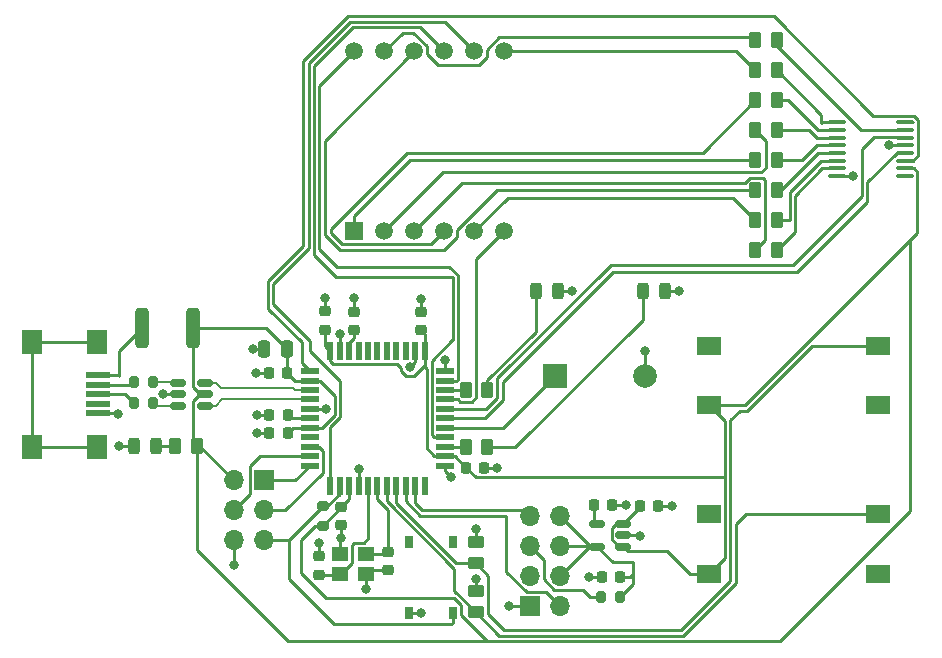
<source format=gbr>
%TF.GenerationSoftware,KiCad,Pcbnew,(7.0.0)*%
%TF.CreationDate,2023-05-03T17:51:17-06:00*%
%TF.ProjectId,Phase_B_Proto,50686173-655f-4425-9f50-726f746f2e6b,rev?*%
%TF.SameCoordinates,Original*%
%TF.FileFunction,Copper,L1,Top*%
%TF.FilePolarity,Positive*%
%FSLAX46Y46*%
G04 Gerber Fmt 4.6, Leading zero omitted, Abs format (unit mm)*
G04 Created by KiCad (PCBNEW (7.0.0)) date 2023-05-03 17:51:17*
%MOMM*%
%LPD*%
G01*
G04 APERTURE LIST*
G04 Aperture macros list*
%AMRoundRect*
0 Rectangle with rounded corners*
0 $1 Rounding radius*
0 $2 $3 $4 $5 $6 $7 $8 $9 X,Y pos of 4 corners*
0 Add a 4 corners polygon primitive as box body*
4,1,4,$2,$3,$4,$5,$6,$7,$8,$9,$2,$3,0*
0 Add four circle primitives for the rounded corners*
1,1,$1+$1,$2,$3*
1,1,$1+$1,$4,$5*
1,1,$1+$1,$6,$7*
1,1,$1+$1,$8,$9*
0 Add four rect primitives between the rounded corners*
20,1,$1+$1,$2,$3,$4,$5,0*
20,1,$1+$1,$4,$5,$6,$7,0*
20,1,$1+$1,$6,$7,$8,$9,0*
20,1,$1+$1,$8,$9,$2,$3,0*%
G04 Aperture macros list end*
%TA.AperFunction,SMDPad,CuDef*%
%ADD10RoundRect,0.225000X0.225000X0.250000X-0.225000X0.250000X-0.225000X-0.250000X0.225000X-0.250000X0*%
%TD*%
%TA.AperFunction,SMDPad,CuDef*%
%ADD11RoundRect,0.250000X-0.262500X-0.450000X0.262500X-0.450000X0.262500X0.450000X-0.262500X0.450000X0*%
%TD*%
%TA.AperFunction,SMDPad,CuDef*%
%ADD12RoundRect,0.250000X0.262500X0.450000X-0.262500X0.450000X-0.262500X-0.450000X0.262500X-0.450000X0*%
%TD*%
%TA.AperFunction,SMDPad,CuDef*%
%ADD13RoundRect,0.243750X-0.243750X-0.456250X0.243750X-0.456250X0.243750X0.456250X-0.243750X0.456250X0*%
%TD*%
%TA.AperFunction,SMDPad,CuDef*%
%ADD14RoundRect,0.250000X0.450000X-0.262500X0.450000X0.262500X-0.450000X0.262500X-0.450000X-0.262500X0*%
%TD*%
%TA.AperFunction,SMDPad,CuDef*%
%ADD15RoundRect,0.225000X-0.225000X-0.250000X0.225000X-0.250000X0.225000X0.250000X-0.225000X0.250000X0*%
%TD*%
%TA.AperFunction,SMDPad,CuDef*%
%ADD16R,2.000000X0.500000*%
%TD*%
%TA.AperFunction,SMDPad,CuDef*%
%ADD17R,1.700000X2.000000*%
%TD*%
%TA.AperFunction,SMDPad,CuDef*%
%ADD18RoundRect,0.225000X0.250000X-0.225000X0.250000X0.225000X-0.250000X0.225000X-0.250000X-0.225000X0*%
%TD*%
%TA.AperFunction,SMDPad,CuDef*%
%ADD19RoundRect,0.200000X-0.200000X-0.275000X0.200000X-0.275000X0.200000X0.275000X-0.200000X0.275000X0*%
%TD*%
%TA.AperFunction,SMDPad,CuDef*%
%ADD20R,2.000000X1.500000*%
%TD*%
%TA.AperFunction,SMDPad,CuDef*%
%ADD21R,1.500000X0.550000*%
%TD*%
%TA.AperFunction,SMDPad,CuDef*%
%ADD22R,0.550000X1.500000*%
%TD*%
%TA.AperFunction,ComponentPad*%
%ADD23R,1.700000X1.700000*%
%TD*%
%TA.AperFunction,ComponentPad*%
%ADD24O,1.700000X1.700000*%
%TD*%
%TA.AperFunction,SMDPad,CuDef*%
%ADD25R,0.700000X1.000000*%
%TD*%
%TA.AperFunction,SMDPad,CuDef*%
%ADD26RoundRect,0.243750X0.243750X0.456250X-0.243750X0.456250X-0.243750X-0.456250X0.243750X-0.456250X0*%
%TD*%
%TA.AperFunction,SMDPad,CuDef*%
%ADD27RoundRect,0.150000X-0.512500X-0.150000X0.512500X-0.150000X0.512500X0.150000X-0.512500X0.150000X0*%
%TD*%
%TA.AperFunction,SMDPad,CuDef*%
%ADD28RoundRect,0.100000X-0.637500X-0.100000X0.637500X-0.100000X0.637500X0.100000X-0.637500X0.100000X0*%
%TD*%
%TA.AperFunction,ComponentPad*%
%ADD29R,1.500000X1.500000*%
%TD*%
%TA.AperFunction,ComponentPad*%
%ADD30C,1.500000*%
%TD*%
%TA.AperFunction,SMDPad,CuDef*%
%ADD31RoundRect,0.200000X0.200000X0.275000X-0.200000X0.275000X-0.200000X-0.275000X0.200000X-0.275000X0*%
%TD*%
%TA.AperFunction,SMDPad,CuDef*%
%ADD32RoundRect,0.250000X-0.312500X-1.450000X0.312500X-1.450000X0.312500X1.450000X-0.312500X1.450000X0*%
%TD*%
%TA.AperFunction,SMDPad,CuDef*%
%ADD33RoundRect,0.150000X0.512500X0.150000X-0.512500X0.150000X-0.512500X-0.150000X0.512500X-0.150000X0*%
%TD*%
%TA.AperFunction,SMDPad,CuDef*%
%ADD34RoundRect,0.200000X0.275000X-0.200000X0.275000X0.200000X-0.275000X0.200000X-0.275000X-0.200000X0*%
%TD*%
%TA.AperFunction,SMDPad,CuDef*%
%ADD35RoundRect,0.225000X-0.250000X0.225000X-0.250000X-0.225000X0.250000X-0.225000X0.250000X0.225000X0*%
%TD*%
%TA.AperFunction,ComponentPad*%
%ADD36C,2.000000*%
%TD*%
%TA.AperFunction,ComponentPad*%
%ADD37R,2.000000X2.000000*%
%TD*%
%TA.AperFunction,SMDPad,CuDef*%
%ADD38R,1.400000X1.200000*%
%TD*%
%TA.AperFunction,SMDPad,CuDef*%
%ADD39RoundRect,0.250000X0.250000X0.475000X-0.250000X0.475000X-0.250000X-0.475000X0.250000X-0.475000X0*%
%TD*%
%TA.AperFunction,ViaPad*%
%ADD40C,0.800000*%
%TD*%
%TA.AperFunction,Conductor*%
%ADD41C,0.250000*%
%TD*%
%TA.AperFunction,Conductor*%
%ADD42C,0.200000*%
%TD*%
G04 APERTURE END LIST*
D10*
%TO.P,C9,1*%
%TO.N,UCAP*%
X166129000Y-85090000D03*
%TO.P,C9,2*%
%TO.N,GND*%
X164579000Y-85090000D03*
%TD*%
D11*
%TO.P,R4,1*%
%TO.N,GREEN_LED*%
X181205500Y-87757000D03*
%TO.P,R4,2*%
%TO.N,Net-(D2-A)*%
X183030500Y-87757000D03*
%TD*%
D12*
%TO.P,R12,1*%
%TO.N,/dp*%
X207565000Y-71120000D03*
%TO.P,R12,2*%
%TO.N,Net-(U1-DPX)*%
X205740000Y-71120000D03*
%TD*%
D13*
%TO.P,D3,2,A*%
%TO.N,Net-(D3-A)*%
X154963100Y-87680800D03*
%TO.P,D3,1,K*%
%TO.N,GND*%
X153088100Y-87680800D03*
%TD*%
D10*
%TO.P,C11,1*%
%TO.N,+5V*%
X166116000Y-81534000D03*
%TO.P,C11,2*%
%TO.N,GND*%
X164566000Y-81534000D03*
%TD*%
D14*
%TO.P,R2,1*%
%TO.N,Button_2*%
X182067200Y-101750500D03*
%TO.P,R2,2*%
%TO.N,GND*%
X182067200Y-99925500D03*
%TD*%
D15*
%TO.P,C13,1*%
%TO.N,+5V*%
X195973400Y-92760800D03*
%TO.P,C13,2*%
%TO.N,GND*%
X197523400Y-92760800D03*
%TD*%
D12*
%TO.P,R11,1*%
%TO.N,/g*%
X207565000Y-68580000D03*
%TO.P,R11,2*%
%TO.N,Net-(U1-g)*%
X205740000Y-68580000D03*
%TD*%
D16*
%TO.P,J2,1,VBUS*%
%TO.N,Net-(J2-VBUS)*%
X150078999Y-81711999D03*
%TO.P,J2,2,D-*%
%TO.N,Net-(J2-D-)*%
X150078999Y-82511999D03*
%TO.P,J2,3,D+*%
%TO.N,Net-(J2-D+)*%
X150078999Y-83311999D03*
%TO.P,J2,4,ID*%
%TO.N,unconnected-(J2-ID-Pad4)*%
X150078999Y-84111999D03*
%TO.P,J2,5,GND*%
%TO.N,GND*%
X150078999Y-84911999D03*
D17*
%TO.P,J2,6,Shield*%
%TO.N,unconnected-(J2-Shield-Pad6)*%
X149978999Y-78861999D03*
X144528999Y-78861999D03*
X149978999Y-87761999D03*
X144528999Y-87761999D03*
%TD*%
D14*
%TO.P,R1,1*%
%TO.N,Button_1*%
X182067200Y-97633800D03*
%TO.P,R1,2*%
%TO.N,GND*%
X182067200Y-95808800D03*
%TD*%
D18*
%TO.P,C5,1*%
%TO.N,+5V*%
X177444400Y-77889400D03*
%TO.P,C5,2*%
%TO.N,GND*%
X177444400Y-76339400D03*
%TD*%
D19*
%TO.P,R14,1*%
%TO.N,Net-(J2-D+)*%
X153099000Y-84074000D03*
%TO.P,R14,2*%
%TO.N,USB_CONN_D+*%
X154749000Y-84074000D03*
%TD*%
D20*
%TO.P,S2,D1,COM_2*%
%TO.N,unconnected-(S2-COM_2-PadD1)*%
X216141199Y-98483999D03*
%TO.P,S2,C1,COM_1*%
%TO.N,+5V*%
X201841199Y-98483999D03*
%TO.P,S2,B1,NO_2*%
%TO.N,Button_2*%
X216141199Y-93483999D03*
%TO.P,S2,A1,NO_1*%
%TO.N,unconnected-(S2-NO_1-PadA1)*%
X201841199Y-93483999D03*
%TD*%
D21*
%TO.P,U3,1,PE6*%
%TO.N,SH_CP*%
X168035999Y-81343999D03*
%TO.P,U3,2,UVCC*%
%TO.N,+5V*%
X168035999Y-82143999D03*
%TO.P,U3,3,D-*%
%TO.N,USB_D-*%
X168035999Y-82943999D03*
%TO.P,U3,4,D+*%
%TO.N,USB_D+*%
X168035999Y-83743999D03*
%TO.P,U3,5,UGND*%
%TO.N,GND*%
X168035999Y-84543999D03*
%TO.P,U3,6,UCAP*%
%TO.N,UCAP*%
X168035999Y-85343999D03*
%TO.P,U3,7,VBUS*%
%TO.N,+5V*%
X168035999Y-86143999D03*
%TO.P,U3,8,PB0*%
%TO.N,unconnected-(U3-PB0-Pad8)*%
X168035999Y-86943999D03*
%TO.P,U3,9,PB1*%
%TO.N,SCK*%
X168035999Y-87743999D03*
%TO.P,U3,10,PB2*%
%TO.N,MOSI*%
X168035999Y-88543999D03*
%TO.P,U3,11,PB3*%
%TO.N,MISO*%
X168035999Y-89343999D03*
D22*
%TO.P,U3,12,PB7*%
%TO.N,Dig3*%
X169735999Y-91043999D03*
%TO.P,U3,13,~{RESET}*%
%TO.N,RESET*%
X170535999Y-91043999D03*
%TO.P,U3,14,VCC*%
%TO.N,+5V*%
X171335999Y-91043999D03*
%TO.P,U3,15,GND*%
%TO.N,GND*%
X172135999Y-91043999D03*
%TO.P,U3,16,XTAL2*%
%TO.N,XTAL2*%
X172935999Y-91043999D03*
%TO.P,U3,17,XTAL1*%
%TO.N,XTAL1*%
X173735999Y-91043999D03*
%TO.P,U3,18,PD0*%
%TO.N,Button_2*%
X174535999Y-91043999D03*
%TO.P,U3,19,PD1*%
%TO.N,Button_1*%
X175335999Y-91043999D03*
%TO.P,U3,20,PD2*%
%TO.N,TX*%
X176135999Y-91043999D03*
%TO.P,U3,21,PD3*%
%TO.N,RX*%
X176935999Y-91043999D03*
%TO.P,U3,22,PD5*%
%TO.N,unconnected-(U3-PD5-Pad22)*%
X177735999Y-91043999D03*
D21*
%TO.P,U3,23,GND*%
%TO.N,GND*%
X179435999Y-89343999D03*
%TO.P,U3,24,AVCC*%
%TO.N,+5V*%
X179435999Y-88543999D03*
%TO.P,U3,25,PD4*%
%TO.N,GREEN_LED*%
X179435999Y-87743999D03*
%TO.P,U3,26,PD6*%
%TO.N,Dig2*%
X179435999Y-86943999D03*
%TO.P,U3,27,PD7*%
%TO.N,Buzzer*%
X179435999Y-86143999D03*
%TO.P,U3,28,PB4*%
%TO.N,ST_CP*%
X179435999Y-85343999D03*
%TO.P,U3,29,PB5*%
%TO.N,DS*%
X179435999Y-84543999D03*
%TO.P,U3,30,PB6*%
%TO.N,Dig4*%
X179435999Y-83743999D03*
%TO.P,U3,31,PC6*%
%TO.N,RED_LED*%
X179435999Y-82943999D03*
%TO.P,U3,32,PC7*%
%TO.N,Dig1*%
X179435999Y-82143999D03*
%TO.P,U3,33,~{HWB}/PE2*%
%TO.N,GND*%
X179435999Y-81343999D03*
D22*
%TO.P,U3,34,VCC*%
%TO.N,+5V*%
X177735999Y-79643999D03*
%TO.P,U3,35,GND*%
%TO.N,GND*%
X176935999Y-79643999D03*
%TO.P,U3,36,PF7*%
%TO.N,unconnected-(U3-PF7-Pad36)*%
X176135999Y-79643999D03*
%TO.P,U3,37,PF6*%
%TO.N,unconnected-(U3-PF6-Pad37)*%
X175335999Y-79643999D03*
%TO.P,U3,38,PF5*%
%TO.N,unconnected-(U3-PF5-Pad38)*%
X174535999Y-79643999D03*
%TO.P,U3,39,PF4*%
%TO.N,unconnected-(U3-PF4-Pad39)*%
X173735999Y-79643999D03*
%TO.P,U3,40,PF1*%
%TO.N,unconnected-(U3-PF1-Pad40)*%
X172935999Y-79643999D03*
%TO.P,U3,41,PF0*%
%TO.N,unconnected-(U3-PF0-Pad41)*%
X172135999Y-79643999D03*
%TO.P,U3,42,AREF*%
%TO.N,AREF*%
X171335999Y-79643999D03*
%TO.P,U3,43,GND*%
%TO.N,GND*%
X170535999Y-79643999D03*
%TO.P,U3,44,AVCC*%
%TO.N,+5V*%
X169735999Y-79643999D03*
%TD*%
D23*
%TO.P,J1,1,MISO*%
%TO.N,MISO*%
X164103999Y-90591399D03*
D24*
%TO.P,J1,2,VCC*%
%TO.N,+5V*%
X161563999Y-90591399D03*
%TO.P,J1,3,SCK*%
%TO.N,SCK*%
X164103999Y-93131399D03*
%TO.P,J1,4,MOSI*%
%TO.N,MOSI*%
X161563999Y-93131399D03*
%TO.P,J1,5,~{RST}*%
%TO.N,RESET*%
X164103999Y-95671399D03*
%TO.P,J1,6,GND*%
%TO.N,GND*%
X161563999Y-95671399D03*
%TD*%
D12*
%TO.P,R16,1*%
%TO.N,+5V*%
X158441400Y-87680800D03*
%TO.P,R16,2*%
%TO.N,Net-(D3-A)*%
X156616400Y-87680800D03*
%TD*%
D25*
%TO.P,S3,4*%
%TO.N,N/C*%
X180107199Y-95812099D03*
%TO.P,S3,3*%
%TO.N,RESET*%
X180107199Y-101812099D03*
%TO.P,S3,2*%
%TO.N,N/C*%
X176407199Y-95812099D03*
%TO.P,S3,1*%
%TO.N,GND*%
X176407199Y-101812099D03*
%TD*%
D23*
%TO.P,J3,1,Pin_1*%
%TO.N,GND*%
X186669999Y-101208999D03*
D24*
%TO.P,J3,2,Pin_2*%
%TO.N,TX*%
X189209999Y-101208999D03*
%TO.P,J3,3,Pin_3*%
%TO.N,unconnected-(J3-Pin_3-Pad3)*%
X186669999Y-98668999D03*
%TO.P,J3,4,Pin_4*%
%TO.N,+3.3V*%
X189209999Y-98668999D03*
%TO.P,J3,5,Pin_5*%
%TO.N,Net-(J3-Pin_5)*%
X186669999Y-96128999D03*
%TO.P,J3,6,Pin_6*%
%TO.N,+3.3V*%
X189209999Y-96128999D03*
%TO.P,J3,7,Pin_7*%
%TO.N,RX*%
X186669999Y-93588999D03*
%TO.P,J3,8,Pin_8*%
%TO.N,+3.3V*%
X189209999Y-93588999D03*
%TD*%
D15*
%TO.P,C6,1*%
%TO.N,+5V*%
X181241400Y-89509600D03*
%TO.P,C6,2*%
%TO.N,GND*%
X182791400Y-89509600D03*
%TD*%
D26*
%TO.P,D2,2,A*%
%TO.N,Net-(D2-A)*%
X196194200Y-74574400D03*
%TO.P,D2,1,K*%
%TO.N,GND*%
X198069200Y-74574400D03*
%TD*%
D12*
%TO.P,R7,1*%
%TO.N,/c*%
X207565000Y-58420000D03*
%TO.P,R7,2*%
%TO.N,Net-(U1-c)*%
X205740000Y-58420000D03*
%TD*%
D27*
%TO.P,U4,1,I/O1*%
%TO.N,USB_CONN_D-*%
X156850500Y-82362000D03*
%TO.P,U4,2,GND*%
%TO.N,GND*%
X156850500Y-83312000D03*
%TO.P,U4,3,I/O2*%
%TO.N,USB_CONN_D+*%
X156850500Y-84262000D03*
%TO.P,U4,4,I/O2*%
%TO.N,USB_D+*%
X159125500Y-84262000D03*
%TO.P,U4,5,VBUS*%
%TO.N,+5V*%
X159125500Y-83312000D03*
%TO.P,U4,6,I/O1*%
%TO.N,USB_D-*%
X159125500Y-82362000D03*
%TD*%
D26*
%TO.P,D1,2,A*%
%TO.N,Net-(D1-A)*%
X187124100Y-74574400D03*
%TO.P,D1,1,K*%
%TO.N,GND*%
X188999100Y-74574400D03*
%TD*%
D10*
%TO.P,C14,1*%
%TO.N,+3.3V*%
X194259200Y-98755200D03*
%TO.P,C14,2*%
%TO.N,GND*%
X192709200Y-98755200D03*
%TD*%
D28*
%TO.P,U2,1,QB*%
%TO.N,/b*%
X212656500Y-60277500D03*
%TO.P,U2,2,QC*%
%TO.N,/c*%
X212656500Y-60927500D03*
%TO.P,U2,3,QD*%
%TO.N,/d*%
X212656500Y-61577500D03*
%TO.P,U2,4,QE*%
%TO.N,/e*%
X212656500Y-62227500D03*
%TO.P,U2,5,QF*%
%TO.N,/f*%
X212656500Y-62877500D03*
%TO.P,U2,6,QG*%
%TO.N,/g*%
X212656500Y-63527500D03*
%TO.P,U2,7,QH*%
%TO.N,/dp*%
X212656500Y-64177500D03*
%TO.P,U2,8,GND*%
%TO.N,GND*%
X212656500Y-64827500D03*
%TO.P,U2,9,QH'*%
%TO.N,unconnected-(U2-QH'-Pad9)*%
X218381500Y-64827500D03*
%TO.P,U2,10,~{SRCLR}*%
%TO.N,+5V*%
X218381500Y-64177500D03*
%TO.P,U2,11,SRCLK*%
%TO.N,SH_CP*%
X218381500Y-63527500D03*
%TO.P,U2,12,RCLK*%
%TO.N,ST_CP*%
X218381500Y-62877500D03*
%TO.P,U2,13,~{OE}*%
%TO.N,GND*%
X218381500Y-62227500D03*
%TO.P,U2,14,SER*%
%TO.N,DS*%
X218381500Y-61577500D03*
%TO.P,U2,15,QA*%
%TO.N,/a*%
X218381500Y-60927500D03*
%TO.P,U2,16,VCC*%
%TO.N,+5V*%
X218381500Y-60277500D03*
%TD*%
D29*
%TO.P,U1,1,e*%
%TO.N,Net-(U1-e)*%
X171754799Y-69494399D03*
D30*
%TO.P,U1,2,d*%
%TO.N,Net-(U1-d)*%
X174294800Y-69494400D03*
%TO.P,U1,3,DPX*%
%TO.N,Net-(U1-DPX)*%
X176834800Y-69494400D03*
%TO.P,U1,4,c*%
%TO.N,Net-(U1-c)*%
X179374800Y-69494400D03*
%TO.P,U1,5,g*%
%TO.N,Net-(U1-g)*%
X181914800Y-69494400D03*
%TO.P,U1,6,CA4*%
%TO.N,Dig4*%
X184454800Y-69494400D03*
%TO.P,U1,7,b*%
%TO.N,Net-(U1-b)*%
X184454800Y-54254400D03*
%TO.P,U1,8,CA3*%
%TO.N,Dig3*%
X181914800Y-54254400D03*
%TO.P,U1,9,CA2*%
%TO.N,Dig2*%
X179374800Y-54254400D03*
%TO.P,U1,10,f*%
%TO.N,Net-(U1-f)*%
X176834800Y-54254400D03*
%TO.P,U1,11,a*%
%TO.N,Net-(U1-a)*%
X174294800Y-54254400D03*
%TO.P,U1,12,CA1*%
%TO.N,Dig1*%
X171754800Y-54254400D03*
%TD*%
D31*
%TO.P,R17,1*%
%TO.N,+3.3V*%
X194310000Y-100431600D03*
%TO.P,R17,2*%
%TO.N,Net-(J3-Pin_5)*%
X192660000Y-100431600D03*
%TD*%
D32*
%TO.P,F1,1*%
%TO.N,Net-(J2-VBUS)*%
X153818500Y-77724000D03*
%TO.P,F1,2*%
%TO.N,+5V*%
X158093500Y-77724000D03*
%TD*%
D18*
%TO.P,C12,1*%
%TO.N,AREF*%
X171754800Y-77851600D03*
%TO.P,C12,2*%
%TO.N,GND*%
X171754800Y-76301600D03*
%TD*%
D12*
%TO.P,R8,1*%
%TO.N,/d*%
X207565000Y-60960000D03*
%TO.P,R8,2*%
%TO.N,Net-(U1-d)*%
X205740000Y-60960000D03*
%TD*%
D20*
%TO.P,S1,D1,COM_2*%
%TO.N,unconnected-(S1-COM_2-PadD1)*%
X216141199Y-84237199D03*
%TO.P,S1,C1,COM_1*%
%TO.N,+5V*%
X201841199Y-84237199D03*
%TO.P,S1,B1,NO_2*%
%TO.N,Button_1*%
X216141199Y-79237199D03*
%TO.P,S1,A1,NO_1*%
%TO.N,unconnected-(S1-NO_1-PadA1)*%
X201841199Y-79237199D03*
%TD*%
D33*
%TO.P,U5,1,VIN*%
%TO.N,+5V*%
X194558500Y-96200000D03*
%TO.P,U5,2,GND*%
%TO.N,GND*%
X194558500Y-95250000D03*
%TO.P,U5,3,ON/~{OFF}*%
%TO.N,+5V*%
X194558500Y-94300000D03*
%TO.P,U5,4,BP*%
%TO.N,Net-(U5-BP)*%
X192283500Y-94300000D03*
%TO.P,U5,5,VOUT*%
%TO.N,+3.3V*%
X192283500Y-96200000D03*
%TD*%
D18*
%TO.P,C4,1*%
%TO.N,+5V*%
X169316400Y-77838600D03*
%TO.P,C4,2*%
%TO.N,GND*%
X169316400Y-76288600D03*
%TD*%
D34*
%TO.P,R13,1*%
%TO.N,+5V*%
X169113200Y-94449400D03*
%TO.P,R13,2*%
%TO.N,RESET*%
X169113200Y-92799400D03*
%TD*%
D35*
%TO.P,C7,2*%
%TO.N,GND*%
X170688000Y-94399400D03*
%TO.P,C7,1*%
%TO.N,+5V*%
X170688000Y-92849400D03*
%TD*%
D12*
%TO.P,R9,1*%
%TO.N,/e*%
X207565000Y-63500000D03*
%TO.P,R9,2*%
%TO.N,Net-(U1-e)*%
X205740000Y-63500000D03*
%TD*%
D36*
%TO.P,LS1,2,2*%
%TO.N,GND*%
X196392800Y-81737200D03*
D37*
%TO.P,LS1,1,1*%
%TO.N,Buzzer*%
X188792799Y-81737199D03*
%TD*%
D12*
%TO.P,R10,1*%
%TO.N,/f*%
X207565000Y-66040000D03*
%TO.P,R10,2*%
%TO.N,Net-(U1-f)*%
X205740000Y-66040000D03*
%TD*%
D11*
%TO.P,R3,1*%
%TO.N,RED_LED*%
X181229000Y-82931000D03*
%TO.P,R3,2*%
%TO.N,Net-(D1-A)*%
X183054000Y-82931000D03*
%TD*%
D19*
%TO.P,R15,1*%
%TO.N,Net-(J2-D-)*%
X153099000Y-82296000D03*
%TO.P,R15,2*%
%TO.N,USB_CONN_D-*%
X154749000Y-82296000D03*
%TD*%
D38*
%TO.P,Y1,1,1*%
%TO.N,XTAL1*%
X172753199Y-96838399D03*
%TO.P,Y1,2,2*%
%TO.N,GND*%
X170553199Y-96838399D03*
%TO.P,Y1,3,3*%
%TO.N,XTAL2*%
X170553199Y-98538399D03*
%TO.P,Y1,4,4*%
%TO.N,GND*%
X172753199Y-98538399D03*
%TD*%
D15*
%TO.P,C15,1*%
%TO.N,Net-(U5-BP)*%
X192048800Y-92710000D03*
%TO.P,C15,2*%
%TO.N,GND*%
X193598800Y-92710000D03*
%TD*%
D39*
%TO.P,C8,1*%
%TO.N,+5V*%
X166050000Y-79502000D03*
%TO.P,C8,2*%
%TO.N,GND*%
X164150000Y-79502000D03*
%TD*%
D10*
%TO.P,C10,1*%
%TO.N,+5V*%
X166129000Y-86614000D03*
%TO.P,C10,2*%
%TO.N,GND*%
X164579000Y-86614000D03*
%TD*%
D12*
%TO.P,R5,1*%
%TO.N,/a*%
X207565000Y-53340000D03*
%TO.P,R5,2*%
%TO.N,Net-(U1-a)*%
X205740000Y-53340000D03*
%TD*%
D35*
%TO.P,C2,1*%
%TO.N,XTAL1*%
X174650400Y-96672400D03*
%TO.P,C2,2*%
%TO.N,GND*%
X174650400Y-98222400D03*
%TD*%
D12*
%TO.P,R6,1*%
%TO.N,/b*%
X207565000Y-55880000D03*
%TO.P,R6,2*%
%TO.N,Net-(U1-b)*%
X205740000Y-55880000D03*
%TD*%
D18*
%TO.P,C3,2*%
%TO.N,GND*%
X168757600Y-97028000D03*
%TO.P,C3,1*%
%TO.N,XTAL2*%
X168757600Y-98578000D03*
%TD*%
D40*
%TO.N,GND*%
X199288400Y-74574400D03*
X190246000Y-74574400D03*
X171754800Y-75133200D03*
X169316400Y-75133200D03*
X196392800Y-79603600D03*
X217017600Y-62230000D03*
X176479200Y-81026000D03*
X177393600Y-101803200D03*
X161594800Y-97739200D03*
X172770800Y-99822000D03*
X168757600Y-95910400D03*
X170688000Y-95504000D03*
X151841200Y-87680800D03*
X172161200Y-89662000D03*
X182067200Y-98907600D03*
X163525200Y-85090000D03*
X184912000Y-101244400D03*
X169418000Y-84582000D03*
X179933600Y-90271600D03*
X214020400Y-64820800D03*
X163169600Y-79502000D03*
X151765000Y-84963000D03*
X163525200Y-86614000D03*
X163474400Y-81534000D03*
X155600400Y-83312000D03*
X195935600Y-95300800D03*
X179425600Y-80416400D03*
X191617600Y-98755200D03*
X182067200Y-94742000D03*
X194767200Y-92710000D03*
X170535600Y-78181200D03*
X177444400Y-75234800D03*
X198678800Y-92760800D03*
X183896000Y-89560400D03*
%TD*%
D41*
%TO.N,SH_CP*%
X219070041Y-63527500D02*
X218381500Y-63527500D01*
X219520041Y-63077500D02*
X219070041Y-63527500D01*
X219520041Y-60077500D02*
X219520041Y-63077500D01*
X219195041Y-59752500D02*
X219520041Y-60077500D01*
X215708500Y-59752500D02*
X219195041Y-59752500D01*
X207278400Y-51322400D02*
X215708500Y-59752500D01*
X171256404Y-51322400D02*
X207278400Y-51322400D01*
X167465600Y-70759604D02*
X167465600Y-55113204D01*
X164472200Y-73753004D02*
X167465600Y-70759604D01*
X167465600Y-55113204D02*
X171256404Y-51322400D01*
X164472200Y-76056196D02*
X164472200Y-73753004D01*
X168036000Y-81344000D02*
X167335200Y-80643200D01*
X167335200Y-80643200D02*
X167335200Y-78919196D01*
X167335200Y-78919196D02*
X164472200Y-76056196D01*
%TO.N,+5V*%
X158441400Y-87680800D02*
X158441400Y-96465400D01*
X166159600Y-104183600D02*
X183134000Y-104183600D01*
X158441400Y-96465400D02*
X166159600Y-104183600D01*
X207841600Y-104183600D02*
X183134000Y-104183600D01*
X218846400Y-93178800D02*
X207841600Y-104183600D01*
X218846400Y-70256400D02*
X219100400Y-70002400D01*
X218846400Y-93178800D02*
X218846400Y-70256400D01*
%TO.N,Dig3*%
X171442800Y-51772400D02*
X179432800Y-51772400D01*
X167915600Y-55299600D02*
X171442800Y-51772400D01*
X167915600Y-70946000D02*
X167915600Y-55299600D01*
X164922200Y-75666600D02*
X164922200Y-73939400D01*
X168046400Y-79629400D02*
X168046400Y-78790800D01*
X179432800Y-51772400D02*
X181914800Y-54254400D01*
X164922200Y-73939400D02*
X167915600Y-70946000D01*
X170593000Y-82176000D02*
X168046400Y-79629400D01*
X170593000Y-85223396D02*
X170593000Y-82176000D01*
X168046400Y-78790800D02*
X164922200Y-75666600D01*
X169736000Y-86080396D02*
X170593000Y-85223396D01*
X169736000Y-91044000D02*
X169736000Y-86080396D01*
%TO.N,Dig2*%
X177342800Y-52222400D02*
X179374800Y-54254400D01*
X171653200Y-52222400D02*
X177342800Y-52222400D01*
X168365600Y-55510000D02*
X171653200Y-52222400D01*
X168365600Y-71540800D02*
X168365600Y-55510000D01*
X180093200Y-73406000D02*
X170230800Y-73406000D01*
X180076695Y-78740000D02*
X180093200Y-78740000D01*
X178361000Y-80455695D02*
X180076695Y-78740000D01*
X170230800Y-73406000D02*
X168365600Y-71540800D01*
X178561000Y-86944000D02*
X178361000Y-86744000D01*
X178361000Y-86744000D02*
X178361000Y-80455695D01*
X179436000Y-86944000D02*
X178561000Y-86944000D01*
X180093200Y-78740000D02*
X180093200Y-73406000D01*
%TO.N,Dig1*%
X179815196Y-72491600D02*
X170281600Y-72491600D01*
X180543200Y-73219604D02*
X179815196Y-72491600D01*
X180543200Y-82036800D02*
X180543200Y-73219604D01*
X168815600Y-57193600D02*
X171754800Y-54254400D01*
X180436000Y-82144000D02*
X180543200Y-82036800D01*
X179436000Y-82144000D02*
X180436000Y-82144000D01*
X170281600Y-72491600D02*
X168815600Y-71025600D01*
X168815600Y-71025600D02*
X168815600Y-57193600D01*
%TO.N,Net-(U1-a)*%
X175869600Y-52679600D02*
X174294800Y-54254400D01*
X176780280Y-52679600D02*
X175869600Y-52679600D01*
X177909800Y-53809120D02*
X176780280Y-52679600D01*
X178875000Y-55422800D02*
X177909800Y-54457600D01*
X182989800Y-54754200D02*
X182321200Y-55422800D01*
X182321200Y-55422800D02*
X178875000Y-55422800D01*
X184048400Y-53086000D02*
X182989800Y-54144600D01*
X182989800Y-54144600D02*
X182989800Y-54754200D01*
X205486000Y-53086000D02*
X184048400Y-53086000D01*
X177909800Y-54457600D02*
X177909800Y-53809120D01*
X205740000Y-53340000D02*
X205486000Y-53086000D01*
%TO.N,Net-(U1-b)*%
X204114400Y-54254400D02*
X184454800Y-54254400D01*
X205740000Y-55880000D02*
X204114400Y-54254400D01*
%TO.N,Net-(U1-c)*%
X178257200Y-70612000D02*
X179374800Y-69494400D01*
X169800396Y-69689996D02*
X170722400Y-70612000D01*
X170722400Y-70612000D02*
X178257200Y-70612000D01*
X169800396Y-69298804D02*
X169800396Y-69689996D01*
X205740000Y-58420000D02*
X201269600Y-62890400D01*
X201269600Y-62890400D02*
X176208800Y-62890400D01*
X176208800Y-62890400D02*
X169800396Y-69298804D01*
%TO.N,Net-(U1-e)*%
X171754800Y-68224400D02*
X171754800Y-69494400D01*
X176479200Y-63500000D02*
X171754800Y-68224400D01*
X205740000Y-63500000D02*
X176479200Y-63500000D01*
%TO.N,Net-(U1-DPX)*%
X180898800Y-65430400D02*
X176834800Y-69494400D01*
X205239327Y-65015000D02*
X204823927Y-65430400D01*
X206577500Y-65201100D02*
X206391400Y-65015000D01*
X204823927Y-65430400D02*
X180898800Y-65430400D01*
X206577500Y-70282500D02*
X206577500Y-65201100D01*
X205740000Y-71120000D02*
X206577500Y-70282500D01*
X206391400Y-65015000D02*
X205239327Y-65015000D01*
%TO.N,Net-(U1-g)*%
X184759600Y-66649600D02*
X181914800Y-69494400D01*
X203809600Y-66649600D02*
X184759600Y-66649600D01*
X205740000Y-68580000D02*
X203809600Y-66649600D01*
%TO.N,Net-(U1-f)*%
X169265600Y-61823600D02*
X176834800Y-54254400D01*
X169265600Y-69799200D02*
X169265600Y-61823600D01*
X170528400Y-71062000D02*
X169265600Y-69799200D01*
X179382000Y-71062000D02*
X170528400Y-71062000D01*
X180449800Y-69994200D02*
X179382000Y-71062000D01*
X205740000Y-66040000D02*
X183848920Y-66040000D01*
X183848920Y-66040000D02*
X180449800Y-69439120D01*
X180449800Y-69439120D02*
X180449800Y-69994200D01*
%TO.N,Net-(U1-d)*%
X206240673Y-64525000D02*
X206603600Y-64162073D01*
X179264200Y-64525000D02*
X206240673Y-64525000D01*
X206603600Y-64162073D02*
X206603600Y-61823600D01*
X206603600Y-61823600D02*
X205740000Y-60960000D01*
X174294800Y-69494400D02*
X179264200Y-64525000D01*
%TO.N,+5V*%
X181241400Y-89509600D02*
X182041400Y-90309600D01*
X203166200Y-90373200D02*
X203166200Y-85562200D01*
X203166200Y-97159000D02*
X203166200Y-90373200D01*
X182041400Y-90309600D02*
X203102600Y-90309600D01*
X203102600Y-90309600D02*
X203166200Y-90373200D01*
X219444000Y-64487400D02*
X219444000Y-69658800D01*
X219134100Y-64177500D02*
X219444000Y-64487400D01*
X218381500Y-64177500D02*
X219134100Y-64177500D01*
X219444000Y-69658800D02*
X219100400Y-70002400D01*
X204865600Y-84237200D02*
X219100400Y-70002400D01*
X161564000Y-90591400D02*
X158653400Y-87680800D01*
X158653400Y-87680800D02*
X158441400Y-87680800D01*
%TO.N,MOSI*%
X161564000Y-93131400D02*
X162929000Y-91766400D01*
X162929000Y-91766400D02*
X162929000Y-89394600D01*
X162929000Y-89394600D02*
X163779600Y-88544000D01*
X163779600Y-88544000D02*
X168036000Y-88544000D01*
%TO.N,MISO*%
X166788600Y-90591400D02*
X168036000Y-89344000D01*
X164104000Y-90591400D02*
X166788600Y-90591400D01*
%TO.N,SCK*%
X168770000Y-87744000D02*
X168036000Y-87744000D01*
X164104000Y-93131400D02*
X165923600Y-93131400D01*
X165923600Y-93131400D02*
X169111000Y-89944000D01*
X169111000Y-88085000D02*
X168770000Y-87744000D01*
X169111000Y-89944000D02*
X169111000Y-88085000D01*
%TO.N,+5V*%
X183134000Y-104183600D02*
X182974627Y-104183600D01*
X168440600Y-94449400D02*
X169113200Y-94449400D01*
X167284400Y-95605600D02*
X168440600Y-94449400D01*
X167284400Y-98450400D02*
X167284400Y-95605600D01*
X169381000Y-100547000D02*
X167284400Y-98450400D01*
X180797200Y-102006173D02*
X180797200Y-101142800D01*
X182974627Y-104183600D02*
X180797200Y-102006173D01*
X180201400Y-100547000D02*
X169381000Y-100547000D01*
X180797200Y-101142800D02*
X180201400Y-100547000D01*
%TO.N,Button_1*%
X183092200Y-101913800D02*
X183092200Y-98658800D01*
X184462000Y-103283600D02*
X183092200Y-101913800D01*
X203616200Y-85486600D02*
X203616200Y-99109000D01*
X205051996Y-84687200D02*
X204415600Y-84687200D01*
X204415600Y-84687200D02*
X203616200Y-85486600D01*
X210501996Y-79237200D02*
X205051996Y-84687200D01*
X199441600Y-103283600D02*
X184462000Y-103283600D01*
X183092200Y-98658800D02*
X182067200Y-97633800D01*
X216141200Y-79237200D02*
X210501996Y-79237200D01*
X203616200Y-99109000D02*
X199441600Y-103283600D01*
%TO.N,+5V*%
X201841200Y-84237200D02*
X204865600Y-84237200D01*
%TO.N,Button_2*%
X184050300Y-103733600D02*
X182067200Y-101750500D01*
X199627996Y-103733600D02*
X184050300Y-103733600D01*
X204066200Y-99295396D02*
X199627996Y-103733600D01*
X204066200Y-94333000D02*
X204066200Y-99295396D01*
X204915200Y-93484000D02*
X204066200Y-94333000D01*
X216141200Y-93484000D02*
X204915200Y-93484000D01*
%TO.N,GND*%
X199288400Y-74574400D02*
X198069200Y-74574400D01*
X190246000Y-74574400D02*
X188999100Y-74574400D01*
%TO.N,+5V*%
X178561000Y-88544000D02*
X179436000Y-88544000D01*
X177911000Y-87894000D02*
X178561000Y-88544000D01*
X177911000Y-81187800D02*
X177911000Y-87894000D01*
X177647600Y-80924400D02*
X177911000Y-81187800D01*
X177647600Y-80924400D02*
X177736000Y-80836000D01*
X176821000Y-81751000D02*
X177647600Y-80924400D01*
X177736000Y-80836000D02*
X177736000Y-79644000D01*
X175754200Y-81326305D02*
X176178895Y-81751000D01*
X175410200Y-80719000D02*
X175754200Y-81063000D01*
X176178895Y-81751000D02*
X176821000Y-81751000D01*
X169736000Y-80519000D02*
X169936000Y-80719000D01*
X169936000Y-80719000D02*
X175410200Y-80719000D01*
X169736000Y-79644000D02*
X169736000Y-80519000D01*
X175754200Y-81063000D02*
X175754200Y-81326305D01*
X193571000Y-94668200D02*
X193939200Y-94300000D01*
X193571000Y-95596751D02*
X193571000Y-94668200D01*
X193939200Y-94300000D02*
X194558500Y-94300000D01*
X194558500Y-96200000D02*
X194174249Y-96200000D01*
X194174249Y-96200000D02*
X193571000Y-95596751D01*
X200185600Y-98484000D02*
X198272400Y-96570800D01*
X194929300Y-96570800D02*
X194558500Y-96200000D01*
X201841200Y-98484000D02*
X200185600Y-98484000D01*
X198272400Y-96570800D02*
X194929300Y-96570800D01*
%TO.N,GND*%
X169316400Y-75133200D02*
X169316400Y-76288600D01*
X171754800Y-75133200D02*
X171754800Y-76301600D01*
%TO.N,AREF*%
X171336000Y-78955600D02*
X171336000Y-79644000D01*
X171754800Y-77851600D02*
X171754800Y-78536800D01*
X171754800Y-78536800D02*
X171336000Y-78955600D01*
%TO.N,+5V*%
X169316400Y-77838600D02*
X169316400Y-79224400D01*
X169316400Y-79224400D02*
X169736000Y-79644000D01*
%TO.N,GND*%
X170535600Y-79643600D02*
X170536000Y-79644000D01*
X170535600Y-78181200D02*
X170535600Y-79643600D01*
%TO.N,+5V*%
X170143000Y-83427400D02*
X168859600Y-82144000D01*
X170143000Y-85037000D02*
X170143000Y-83427400D01*
X169036000Y-86144000D02*
X170143000Y-85037000D01*
X168036000Y-86144000D02*
X169036000Y-86144000D01*
X168859600Y-82144000D02*
X168036000Y-82144000D01*
%TO.N,Dig4*%
X182118000Y-83567673D02*
X182118000Y-71831200D01*
X182118000Y-71831200D02*
X184454800Y-69494400D01*
X181729673Y-83956000D02*
X182118000Y-83567673D01*
X180728327Y-83956000D02*
X181729673Y-83956000D01*
X179436000Y-83744000D02*
X180516327Y-83744000D01*
X180516327Y-83744000D02*
X180728327Y-83956000D01*
%TO.N,ST_CP*%
X182803069Y-85344000D02*
X179436000Y-85344000D01*
X184341500Y-82307700D02*
X184341500Y-83805569D01*
X193700400Y-72948800D02*
X184341500Y-82307700D01*
X209296000Y-72948800D02*
X193700400Y-72948800D01*
X215195400Y-67049400D02*
X209296000Y-72948800D01*
X184341500Y-83805569D02*
X182803069Y-85344000D01*
X215195400Y-65375059D02*
X215195400Y-67049400D01*
X218381500Y-62877500D02*
X217692959Y-62877500D01*
X217692959Y-62877500D02*
X215195400Y-65375059D01*
%TO.N,DS*%
X218309000Y-61505000D02*
X218381500Y-61577500D01*
X215761400Y-61505000D02*
X218309000Y-61505000D01*
X214745400Y-66534200D02*
X214745400Y-62521000D01*
X193497200Y-72339200D02*
X208940400Y-72339200D01*
X183891500Y-83619173D02*
X183891500Y-81944900D01*
X183891500Y-81944900D02*
X193497200Y-72339200D01*
X182966673Y-84544000D02*
X183891500Y-83619173D01*
X208940400Y-72339200D02*
X214745400Y-66534200D01*
X179436000Y-84544000D02*
X182966673Y-84544000D01*
X214745400Y-62521000D02*
X215761400Y-61505000D01*
%TO.N,Net-(D1-A)*%
X183054000Y-82071200D02*
X183054000Y-82931000D01*
X187124100Y-78001100D02*
X183054000Y-82071200D01*
X187124100Y-74574400D02*
X187124100Y-78001100D01*
%TO.N,Net-(D2-A)*%
X185423000Y-87757000D02*
X183030500Y-87757000D01*
X196194200Y-76985800D02*
X185423000Y-87757000D01*
X196194200Y-74574400D02*
X196194200Y-76985800D01*
%TO.N,Buzzer*%
X188772800Y-81737200D02*
X184366000Y-86144000D01*
X188792800Y-81737200D02*
X188772800Y-81737200D01*
X184366000Y-86144000D02*
X179436000Y-86144000D01*
%TO.N,GND*%
X179436000Y-89774000D02*
X179436000Y-89344000D01*
X179933600Y-90271600D02*
X179436000Y-89774000D01*
%TO.N,+5V*%
X203166200Y-85562200D02*
X201841200Y-84237200D01*
X201841200Y-98484000D02*
X203166200Y-97159000D01*
%TO.N,GND*%
X196392800Y-79603600D02*
X196392800Y-81737200D01*
%TO.N,+5V*%
X218381500Y-60277500D02*
X219070041Y-60277500D01*
%TO.N,/a*%
X214645041Y-60927500D02*
X207565000Y-53847459D01*
X218381500Y-60927500D02*
X214645041Y-60927500D01*
X207565000Y-53847459D02*
X207565000Y-53340000D01*
%TO.N,GND*%
X217020100Y-62227500D02*
X217017600Y-62230000D01*
X218381500Y-62227500D02*
X217020100Y-62227500D01*
X214020400Y-64820800D02*
X212663200Y-64820800D01*
X212663200Y-64820800D02*
X212656500Y-64827500D01*
%TO.N,unconnected-(J2-Shield-Pad6)*%
X144529000Y-87762000D02*
X149979000Y-87762000D01*
X144529000Y-78862000D02*
X144529000Y-87762000D01*
X149979000Y-78862000D02*
X144529000Y-78862000D01*
%TO.N,/b*%
X212656500Y-60277500D02*
X211375500Y-60277500D01*
X211328000Y-60325000D02*
X211328000Y-59643000D01*
X211328000Y-59643000D02*
X207565000Y-55880000D01*
X211375500Y-60277500D02*
X211328000Y-60325000D01*
%TO.N,/f*%
X211967959Y-62877500D02*
X211955459Y-62865000D01*
X207899000Y-66040000D02*
X207565000Y-66040000D01*
%TO.N,/d*%
X210964500Y-61577500D02*
X210947000Y-61595000D01*
%TO.N,/e*%
X210949500Y-62227500D02*
X209677000Y-63500000D01*
%TO.N,/g*%
X212656500Y-63527500D02*
X211300500Y-63527500D01*
%TO.N,/f*%
X211074000Y-62865000D02*
X207899000Y-66040000D01*
%TO.N,/dp*%
X209111000Y-69574000D02*
X207565000Y-71120000D01*
X211412500Y-64177500D02*
X209111000Y-66479000D01*
%TO.N,/g*%
X208661000Y-68580000D02*
X207565000Y-68580000D01*
%TO.N,/c*%
X208534000Y-58420000D02*
X207565000Y-58420000D01*
%TO.N,/e*%
X209677000Y-63500000D02*
X207565000Y-63500000D01*
%TO.N,/g*%
X211300500Y-63527500D02*
X208661000Y-66167000D01*
%TO.N,/c*%
X212656500Y-60927500D02*
X211041500Y-60927500D01*
%TO.N,/g*%
X208661000Y-66167000D02*
X208661000Y-68580000D01*
%TO.N,/d*%
X212656500Y-61577500D02*
X210964500Y-61577500D01*
%TO.N,/dp*%
X212656500Y-64177500D02*
X211412500Y-64177500D01*
%TO.N,/f*%
X212656500Y-62877500D02*
X211967959Y-62877500D01*
%TO.N,/c*%
X211041500Y-60927500D02*
X208534000Y-58420000D01*
%TO.N,/d*%
X210312000Y-60960000D02*
X207565000Y-60960000D01*
%TO.N,/e*%
X212656500Y-62227500D02*
X210949500Y-62227500D01*
%TO.N,/f*%
X211955459Y-62865000D02*
X211074000Y-62865000D01*
%TO.N,/dp*%
X209111000Y-66479000D02*
X209111000Y-69574000D01*
%TO.N,/d*%
X210947000Y-61595000D02*
X210312000Y-60960000D01*
%TO.N,GND*%
X179425600Y-81333600D02*
X179436000Y-81344000D01*
X179425600Y-80416400D02*
X179425600Y-81333600D01*
X176936000Y-80569200D02*
X176936000Y-79644000D01*
X176479200Y-81026000D02*
X176936000Y-80569200D01*
%TO.N,TX*%
X177359604Y-93573600D02*
X176136000Y-92349996D01*
X184658000Y-93573600D02*
X177359604Y-93573600D01*
X186373299Y-100034000D02*
X184658000Y-98318701D01*
X188035000Y-100034000D02*
X186373299Y-100034000D01*
X189210000Y-101209000D02*
X188035000Y-100034000D01*
X184658000Y-98318701D02*
X184658000Y-93573600D01*
X176136000Y-92349996D02*
X176136000Y-91044000D01*
%TO.N,RESET*%
X170027600Y-102768400D02*
X166217600Y-98958400D01*
X166217600Y-98958400D02*
X166217600Y-95695000D01*
X179984400Y-102768400D02*
X170027600Y-102768400D01*
X180107200Y-102645600D02*
X179984400Y-102768400D01*
X180107200Y-101812100D02*
X180107200Y-102645600D01*
X166217600Y-95695000D02*
X166241200Y-95671400D01*
%TO.N,GND*%
X176416100Y-101803200D02*
X176407200Y-101812100D01*
X177393600Y-101803200D02*
X176416100Y-101803200D01*
X161564000Y-97708400D02*
X161594800Y-97739200D01*
X161564000Y-95671400D02*
X161564000Y-97708400D01*
%TO.N,RESET*%
X164104000Y-95671400D02*
X166241200Y-95671400D01*
X166241200Y-95671400D02*
X169113200Y-92799400D01*
%TO.N,GND*%
X170688000Y-95504000D02*
X170688000Y-94399400D01*
X173069200Y-98222400D02*
X172753200Y-98538400D01*
X174650400Y-98222400D02*
X173069200Y-98222400D01*
X172770800Y-98556000D02*
X172753200Y-98538400D01*
X172770800Y-99822000D02*
X172770800Y-98556000D01*
X168757600Y-97028000D02*
X168757600Y-95910400D01*
X170553200Y-95638800D02*
X170688000Y-95504000D01*
X170553200Y-96838400D02*
X170553200Y-95638800D01*
%TO.N,XTAL2*%
X170513600Y-98578000D02*
X170553200Y-98538400D01*
X168757600Y-98578000D02*
X170513600Y-98578000D01*
X172936000Y-95491200D02*
X172936000Y-91044000D01*
X171782000Y-95859600D02*
X172567600Y-95859600D01*
X172567600Y-95859600D02*
X172936000Y-95491200D01*
X170653200Y-98538400D02*
X171602400Y-97589200D01*
X171602400Y-97589200D02*
X171602400Y-96039200D01*
X170553200Y-98538400D02*
X170653200Y-98538400D01*
X171602400Y-96039200D02*
X171782000Y-95859600D01*
%TO.N,XTAL1*%
X174484400Y-96838400D02*
X174650400Y-96672400D01*
X172753200Y-96838400D02*
X174484400Y-96838400D01*
X173736000Y-92213692D02*
X173736000Y-91044000D01*
X174650400Y-93128092D02*
X173736000Y-92213692D01*
X174650400Y-96672400D02*
X174650400Y-93128092D01*
%TO.N,+5V*%
X169113200Y-94424200D02*
X170688000Y-92849400D01*
X169113200Y-94449400D02*
X169113200Y-94424200D01*
X171336000Y-92201400D02*
X171336000Y-91044000D01*
X170688000Y-92849400D02*
X171336000Y-92201400D01*
%TO.N,RESET*%
X169485183Y-92799400D02*
X169113200Y-92799400D01*
X170536000Y-91748583D02*
X169485183Y-92799400D01*
X170536000Y-91044000D02*
X170536000Y-91748583D01*
%TO.N,+5V*%
X195973400Y-92885100D02*
X194558500Y-94300000D01*
X195973400Y-92760800D02*
X195973400Y-92885100D01*
X180275800Y-88544000D02*
X181241400Y-89509600D01*
X179436000Y-88544000D02*
X180275800Y-88544000D01*
%TO.N,GND*%
X153088100Y-87680800D02*
X151841200Y-87680800D01*
%TO.N,Net-(D3-A)*%
X156616400Y-87680800D02*
X154963100Y-87680800D01*
%TO.N,+5V*%
X158138000Y-87377400D02*
X158441400Y-87680800D01*
X158138000Y-83915249D02*
X158138000Y-87377400D01*
X158741249Y-83312000D02*
X158138000Y-83915249D01*
X159125500Y-83312000D02*
X158741249Y-83312000D01*
X158093500Y-82664251D02*
X158741249Y-83312000D01*
X158093500Y-77724000D02*
X158093500Y-82664251D01*
X166050000Y-81468000D02*
X166116000Y-81534000D01*
X166050000Y-79502000D02*
X166050000Y-81468000D01*
X158093500Y-77724000D02*
X164272000Y-77724000D01*
X164272000Y-77724000D02*
X166050000Y-79502000D01*
%TO.N,GND*%
X163474400Y-81534000D02*
X164566000Y-81534000D01*
X182791400Y-89509600D02*
X183845200Y-89509600D01*
X182067200Y-98907600D02*
X182067200Y-99925500D01*
X172161200Y-91018800D02*
X172136000Y-91044000D01*
X184912000Y-101244400D02*
X186634600Y-101244400D01*
X151714000Y-84912000D02*
X151765000Y-84963000D01*
X163169600Y-79502000D02*
X164150000Y-79502000D01*
X194558500Y-95250000D02*
X195884800Y-95250000D01*
X156850500Y-83312000D02*
X155600400Y-83312000D01*
X172161200Y-89662000D02*
X172161200Y-91018800D01*
X169418000Y-84582000D02*
X168074000Y-84582000D01*
X163525200Y-85090000D02*
X164579000Y-85090000D01*
X177444400Y-75234800D02*
X177444400Y-76339400D01*
X183845200Y-89509600D02*
X183896000Y-89560400D01*
X194767200Y-92710000D02*
X193598800Y-92710000D01*
X150079000Y-84912000D02*
X151714000Y-84912000D01*
X163525200Y-86614000D02*
X164579000Y-86614000D01*
X198678800Y-92760800D02*
X197523400Y-92760800D01*
X168074000Y-84582000D02*
X168036000Y-84544000D01*
X195884800Y-95250000D02*
X195935600Y-95300800D01*
X182067200Y-94742000D02*
X182067200Y-95808800D01*
X186634600Y-101244400D02*
X186670000Y-101209000D01*
X192709200Y-98755200D02*
X191617600Y-98755200D01*
%TO.N,Net-(U5-BP)*%
X192048800Y-92710000D02*
X192048800Y-94065300D01*
X192048800Y-94065300D02*
X192283500Y-94300000D01*
%TO.N,+3.3V*%
X194259200Y-98755200D02*
X195122800Y-98755200D01*
X195376800Y-98501200D02*
X195376800Y-99364800D01*
X195376800Y-97536000D02*
X195376800Y-98501200D01*
X192283500Y-96200000D02*
X192364400Y-96200000D01*
X192283500Y-96200000D02*
X191821000Y-96200000D01*
X191679000Y-96200000D02*
X189210000Y-98669000D01*
X195376800Y-99364800D02*
X194310000Y-100431600D01*
X192212500Y-96129000D02*
X189210000Y-96129000D01*
X192283500Y-96200000D02*
X192212500Y-96129000D01*
X193700400Y-97536000D02*
X195376800Y-97536000D01*
X192283500Y-96200000D02*
X191679000Y-96200000D01*
X195122800Y-98755200D02*
X195376800Y-98501200D01*
X192364400Y-96200000D02*
X193700400Y-97536000D01*
X191821000Y-96200000D02*
X189210000Y-93589000D01*
%TO.N,+5V*%
X177444400Y-77889400D02*
X177736000Y-78181000D01*
X177736000Y-78181000D02*
X177736000Y-79644000D01*
X166599000Y-86144000D02*
X168036000Y-86144000D01*
X166129000Y-86614000D02*
X166599000Y-86144000D01*
X166116000Y-81534000D02*
X166726000Y-82144000D01*
X166726000Y-82144000D02*
X168036000Y-82144000D01*
%TO.N,Net-(J2-VBUS)*%
X151816000Y-81712000D02*
X151892000Y-81788000D01*
X151892000Y-79650500D02*
X153818500Y-77724000D01*
X150079000Y-81712000D02*
X151816000Y-81712000D01*
X151892000Y-81788000D02*
X151892000Y-79650500D01*
%TO.N,GREEN_LED*%
X181205500Y-87757000D02*
X179449000Y-87757000D01*
X179449000Y-87757000D02*
X179436000Y-87744000D01*
%TO.N,RED_LED*%
X181229000Y-82931000D02*
X179449000Y-82931000D01*
X179449000Y-82931000D02*
X179436000Y-82944000D01*
%TO.N,Net-(J2-D-)*%
X152883000Y-82512000D02*
X153099000Y-82296000D01*
X150079000Y-82512000D02*
X152883000Y-82512000D01*
D42*
%TO.N,USB_CONN_D+*%
X154749000Y-84074000D02*
X154937000Y-84262000D01*
X154937000Y-84262000D02*
X156850500Y-84262000D01*
%TO.N,USB_CONN_D-*%
X156784500Y-82296000D02*
X156850500Y-82362000D01*
X154749000Y-82296000D02*
X156784500Y-82296000D01*
D41*
%TO.N,Net-(J2-D+)*%
X150079000Y-83312000D02*
X152337000Y-83312000D01*
X152337000Y-83312000D02*
X153099000Y-84074000D01*
D42*
%TO.N,USB_D-*%
X160086000Y-82362000D02*
X160528000Y-82804000D01*
X159125500Y-82362000D02*
X160086000Y-82362000D01*
X166624000Y-82804000D02*
X166764000Y-82944000D01*
X160528000Y-82804000D02*
X166624000Y-82804000D01*
X166764000Y-82944000D02*
X168036000Y-82944000D01*
%TO.N,USB_D+*%
X159125500Y-84262000D02*
X160086000Y-84262000D01*
X160086000Y-84262000D02*
X160604000Y-83744000D01*
X160604000Y-83744000D02*
X168036000Y-83744000D01*
D41*
%TO.N,UCAP*%
X166383000Y-85344000D02*
X168036000Y-85344000D01*
X166129000Y-85090000D02*
X166383000Y-85344000D01*
%TO.N,Button_2*%
X174536000Y-92377296D02*
X174536000Y-91044000D01*
X180242504Y-98083800D02*
X174536000Y-92377296D01*
X182067200Y-101750500D02*
X180242504Y-99925804D01*
X180242504Y-99925804D02*
X180242504Y-98083800D01*
%TO.N,Button_1*%
X180428900Y-97633800D02*
X175336000Y-92540900D01*
X175336000Y-92540900D02*
X175336000Y-91044000D01*
X182067200Y-97633800D02*
X180428900Y-97633800D01*
%TO.N,RX*%
X176936000Y-92513600D02*
X176936000Y-91044000D01*
X186204600Y-93123600D02*
X177546000Y-93123600D01*
X177546000Y-93123600D02*
X176936000Y-92513600D01*
X186670000Y-93589000D02*
X186204600Y-93123600D01*
%TO.N,Net-(J3-Pin_5)*%
X187845000Y-97304000D02*
X186670000Y-96129000D01*
X191170200Y-99844000D02*
X188723299Y-99844000D01*
X188723299Y-99844000D02*
X187845000Y-98965701D01*
X187845000Y-98965701D02*
X187845000Y-97304000D01*
X191757800Y-100431600D02*
X191170200Y-99844000D01*
X192660000Y-100431600D02*
X191757800Y-100431600D01*
%TD*%
M02*

</source>
